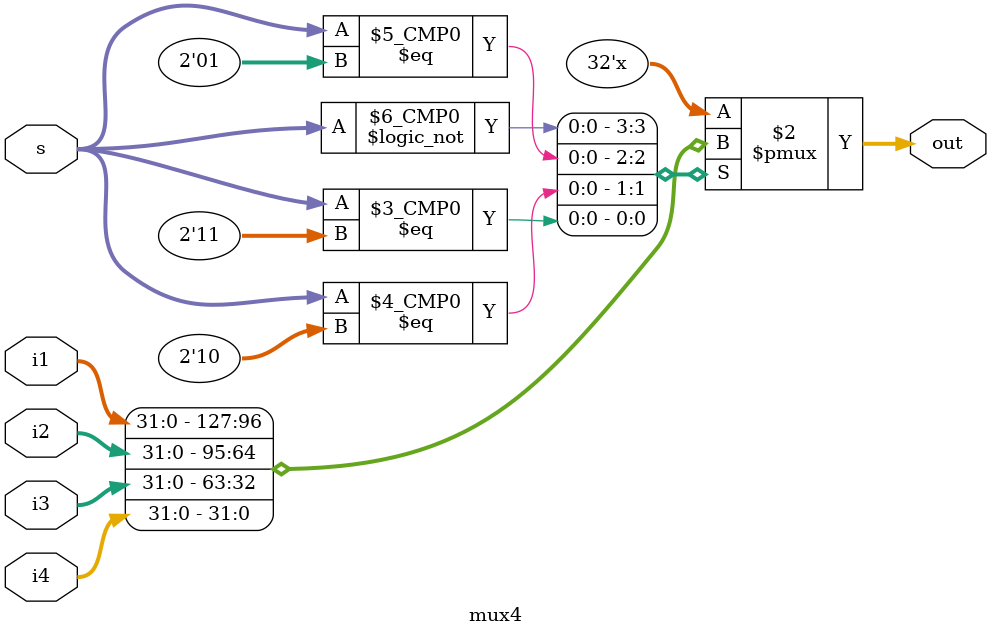
<source format=v>
`timescale 1ns / 1ps


module mux4(i1,i2,i3,i4,s,out);
    input [31:0] i1,i2,i3,i4;
    input [1:0]s;
    output reg [31:0] out;
    
    always @(*)
    begin
        case(s)
        2'b00 : out = i1;
        2'b01 : out = i2;
        2'b10 : out = i3;
        2'b11 : out = i4;
        endcase
    end
    
endmodule

</source>
